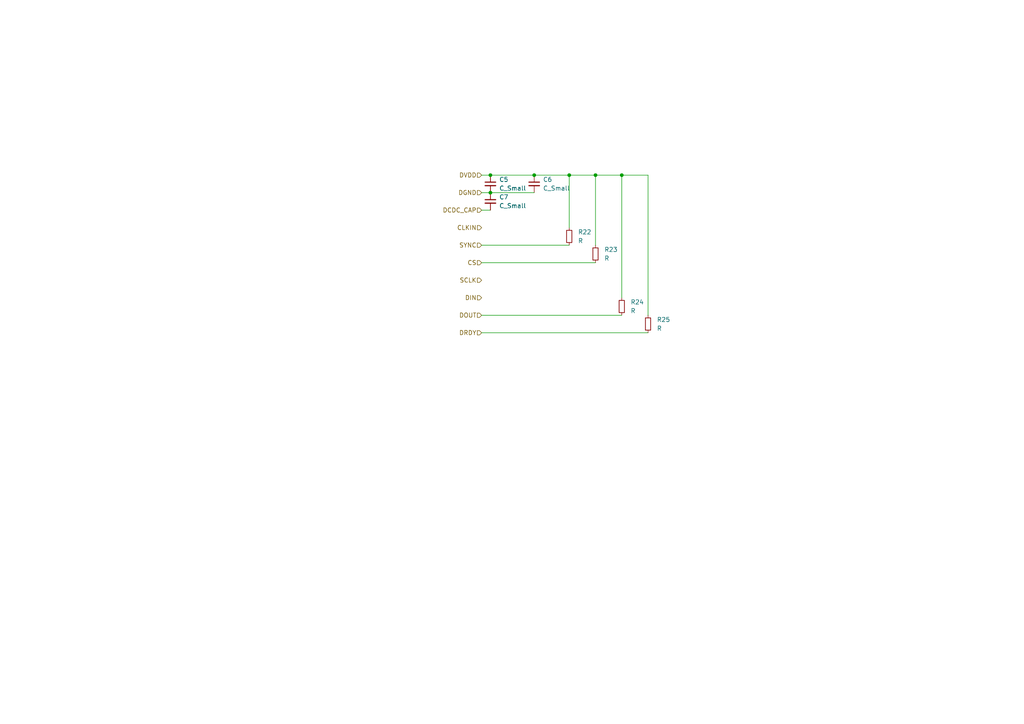
<source format=kicad_sch>
(kicad_sch (version 20231120) (generator "eeschema") (generator_version "8.0")
  (paper "A4")
  (lib_symbols
    (symbol "Device:C_Small" (pin_numbers hide) (pin_names (offset 0.254) hide)
      (property "Reference" "C" (at 0.254 1.778 0))
      (property "Value" "C_Small" (at 0.254 -2.032 0))
      (symbol "C_Small_0_1"
        (polyline (pts (xy -1.524 -0.508) (xy 1.524 -0.508)) (stroke (width 0.3302)))
        (polyline (pts (xy -1.524 0.508) (xy 1.524 0.508)) (stroke (width 0.3048)))
      )
      (symbol "C_Small_1_1"
        (pin passive line (at 0 2.54 270) (length 2.032) (name "~") (number "1"))
        (pin passive line (at 0 -2.54 90) (length 2.032) (name "~") (number "2"))
      )
    )
    (symbol "Device:R_Small" (pin_numbers hide) (pin_names (offset 0.254) hide)
      (property "Reference" "R" (at 0.762 0.508 0))
      (property "Value" "R_Small" (at 0.762 -1.016 0))
      (symbol "R_Small_0_1"
        (rectangle (start -0.762 1.778) (end 0.762 -1.778) (stroke (width 0.2032)))
      )
      (symbol "R_Small_1_1"
        (pin passive line (at 0 2.54 270) (length 0.762) (name "~") (number "1"))
        (pin passive line (at 0 -2.54 90) (length 0.762) (name "~") (number "2"))
      )
    )
  )
  (junction (at 165.1 50.8))
  (junction (at 154.94 50.8))
  (junction (at 180.34 50.8))
  (junction (at 172.72 50.8))
  (junction (at 142.24 50.8))
  (junction (at 142.24 55.88))
  (wire (pts (xy 142.24 55.88) (xy 154.94 55.88)))
  (wire (pts (xy 187.96 50.8) (xy 187.96 91.44)))
  (wire (pts (xy 172.72 50.8) (xy 172.72 71.12)))
  (wire (pts (xy 172.72 50.8) (xy 180.34 50.8)))
  (wire (pts (xy 139.7 91.44) (xy 180.34 91.44)))
  (wire (pts (xy 180.34 50.8) (xy 180.34 86.36)))
  (wire (pts (xy 165.1 50.8) (xy 165.1 66.04)))
  (wire (pts (xy 139.7 71.12) (xy 165.1 71.12)))
  (wire (pts (xy 142.24 50.8) (xy 154.94 50.8)))
  (wire (pts (xy 139.7 50.8) (xy 142.24 50.8)))
  (wire (pts (xy 139.7 60.96) (xy 142.24 60.96)))
  (wire (pts (xy 154.94 50.8) (xy 165.1 50.8)))
  (wire (pts (xy 165.1 50.8) (xy 172.72 50.8)))
  (wire (pts (xy 139.7 55.88) (xy 142.24 55.88)))
  (wire (pts (xy 139.7 76.2) (xy 172.72 76.2)))
  (wire (pts (xy 180.34 50.8) (xy 187.96 50.8)))
  (wire (pts (xy 139.7 96.52) (xy 187.96 96.52)))
  (hierarchical_label "DRDY" (shape input) (at 139.7 96.52 180))
  (hierarchical_label "DVDD" (shape input) (at 139.7 50.8 180))
  (hierarchical_label "DIN" (shape input) (at 139.7 86.36 180))
  (hierarchical_label "CS" (shape input) (at 139.7 76.2 180))
  (hierarchical_label "SCLK" (shape input) (at 139.7 81.28 180))
  (hierarchical_label "CLKIN" (shape input) (at 139.7 66.04 180))
  (hierarchical_label "SYNC" (shape input) (at 139.7 71.12 180))
  (hierarchical_label "DCDC_CAP" (shape input) (at 139.7 60.96 180))
  (hierarchical_label "DGND" (shape input) (at 139.7 55.88 180))
  (hierarchical_label "DOUT" (shape input) (at 139.7 91.44 180))
  (symbol (lib_id "Device:R_Small") (at 172.72 73.66 0) (unit 1)
    (property "Reference" "R23" (at 175.26 72.3899 0) (effects (justify left)))
    (property "Value" "R" (at 175.26 74.9299 0) (effects (justify left)))
    (property "Description" "Resistor, small symbol" (effects (hide yes)))
  )
  (symbol (lib_id "Device:C_Small") (at 142.24 58.42 0) (unit 1)
    (property "Reference" "C7" (at 144.78 57.1562 0) (effects (justify left)))
    (property "Value" "C_Small" (at 144.78 59.6962 0) (effects (justify left)))
    (property "Description" "Unpolarized capacitor, small symbol" (effects (hide yes)))
  )
  (symbol (lib_id "Device:C_Small") (at 142.24 53.34 0) (unit 1)
    (property "Reference" "C5" (at 144.78 52.0762 0) (effects (justify left)))
    (property "Value" "C_Small" (at 144.78 54.6162 0) (effects (justify left)))
    (property "Description" "Unpolarized capacitor, small symbol" (effects (hide yes)))
  )
  (symbol (lib_id "Device:R_Small") (at 165.1 68.58 0) (unit 1)
    (property "Reference" "R22" (at 167.64 67.3099 0) (effects (justify left)))
    (property "Value" "R" (at 167.64 69.8499 0) (effects (justify left)))
    (property "Description" "Resistor, small symbol" (effects (hide yes)))
  )
  (symbol (lib_id "Device:R_Small") (at 180.34 88.9 0) (unit 1)
    (property "Reference" "R24" (at 182.88 87.6299 0) (effects (justify left)))
    (property "Value" "R" (at 182.88 90.1699 0) (effects (justify left)))
    (property "Description" "Resistor, small symbol" (effects (hide yes)))
  )
  (symbol (lib_id "Device:C_Small") (at 154.94 53.34 0) (unit 1)
    (property "Reference" "C6" (at 157.48 52.0762 0) (effects (justify left)))
    (property "Value" "C_Small" (at 157.48 54.6162 0) (effects (justify left)))
    (property "Description" "Unpolarized capacitor, small symbol" (effects (hide yes)))
  )
  (symbol (lib_id "Device:R_Small") (at 187.96 93.98 0) (unit 1)
    (property "Reference" "R25" (at 190.5 92.7099 0) (effects (justify left)))
    (property "Value" "R" (at 190.5 95.2499 0) (effects (justify left)))
    (property "Description" "Resistor, small symbol" (effects (hide yes)))
  )
)
</source>
